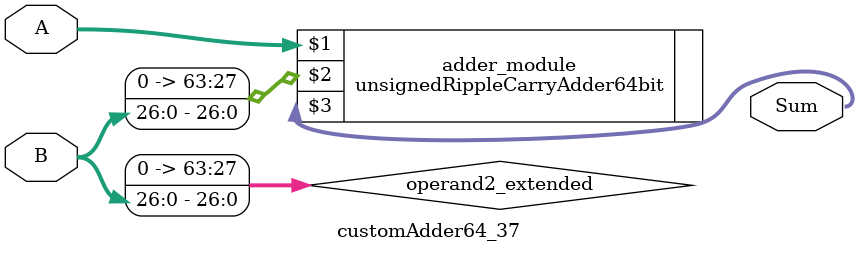
<source format=v>
module customAdder64_37(
                        input [63 : 0] A,
                        input [26 : 0] B,
                        
                        output [64 : 0] Sum
                );

        wire [63 : 0] operand2_extended;
        
        assign operand2_extended =  {37'b0, B};
        
        unsignedRippleCarryAdder64bit adder_module(
            A,
            operand2_extended,
            Sum
        );
        
        endmodule
        
</source>
